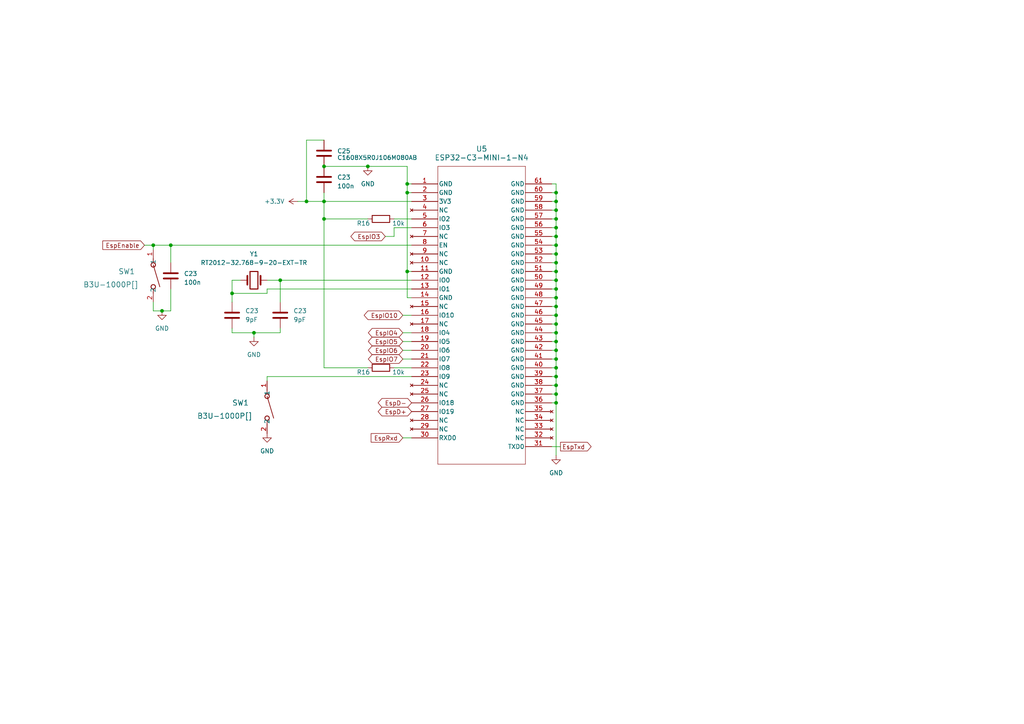
<source format=kicad_sch>
(kicad_sch (version 20230121) (generator eeschema)
  (paper "A4")
  (lib_symbols
    (symbol "Device:C" (pin_numbers hide) (pin_names (offset 0.254))
      (property "Reference" "C" (at 0.635 2.54 0))
      (property "Value" "C" (at 0.635 -2.54 0))
      (symbol "C_0_1"
        (polyline (pts (xy -2.032 -0.762) (xy 2.032 -0.762)) (stroke (width 0.508)))
        (polyline (pts (xy -2.032 0.762) (xy 2.032 0.762)) (stroke (width 0.508)))
      )
      (symbol "C_1_1"
        (pin passive line (at 0 3.81 270) (length 2.794) (name "~") (number "1"))
        (pin passive line (at 0 -3.81 90) (length 2.794) (name "~") (number "2"))
      )
    )
    (symbol "Device:Crystal" (pin_numbers hide) (pin_names (offset 1.016) hide)
      (property "Reference" "Y" (at 0 3.81 0))
      (property "Value" "Crystal" (at 0 -3.81 0))
      (symbol "Crystal_0_1"
        (rectangle (start -1.143 2.54) (end 1.143 -2.54) (stroke (width 0.3048)))
        (polyline (pts (xy -2.54 0) (xy -1.905 0)))
        (polyline (pts (xy -1.905 -1.27) (xy -1.905 1.27)) (stroke (width 0.508)))
        (polyline (pts (xy 1.905 -1.27) (xy 1.905 1.27)) (stroke (width 0.508)))
        (polyline (pts (xy 2.54 0) (xy 1.905 0)))
      )
      (symbol "Crystal_1_1"
        (pin passive line (at -3.81 0 0) (length 1.27) (name "1") (number "1"))
        (pin passive line (at 3.81 0 180) (length 1.27) (name "2") (number "2"))
      )
    )
    (symbol "Device:R" (pin_numbers hide) (pin_names (offset 0))
      (property "Reference" "R" (at 2.032 0 90))
      (property "Value" "R" (at 0 0 90))
      (symbol "R_0_1"
        (rectangle (start -1.016 -2.54) (end 1.016 2.54) (stroke (width 0.254)))
      )
      (symbol "R_1_1"
        (pin passive line (at 0 3.81 270) (length 1.27) (name "~") (number "1"))
        (pin passive line (at 0 -3.81 90) (length 1.27) (name "~") (number "2"))
      )
    )
    (symbol "addOnTemplate:ESP32-C3-MINI-1-N4" (pin_names (offset 0.254))
      (property "Reference" "U" (at 20.32 10.16 0))
      (property "Value" "ESP32-C3-MINI-1-N4" (at 20.32 7.62 0))
      (symbol "ESP32-C3-MINI-1-N4_0_1"
        (polyline (pts (xy 7.62 -81.28) (xy 33.02 -81.28)) (stroke (width 0.127)))
        (polyline (pts (xy 7.62 5.08) (xy 7.62 -81.28)) (stroke (width 0.127)))
        (polyline (pts (xy 33.02 -81.28) (xy 33.02 5.08)) (stroke (width 0.127)))
        (polyline (pts (xy 33.02 5.08) (xy 7.62 5.08)) (stroke (width 0.127)))
        (pin power_out line (at 0 0 0) (length 7.62) (name "GND") (number "1"))
        (pin no_connect line (at 0 -22.86 0) (length 7.62) (name "NC") (number "10"))
        (pin power_out line (at 0 -25.4 0) (length 7.62) (name "GND") (number "11"))
        (pin bidirectional line (at 0 -27.94 0) (length 7.62) (name "IO0") (number "12"))
        (pin bidirectional line (at 0 -30.48 0) (length 7.62) (name "IO1") (number "13"))
        (pin power_out line (at 0 -33.02 0) (length 7.62) (name "GND") (number "14"))
        (pin no_connect line (at 0 -35.56 0) (length 7.62) (name "NC") (number "15"))
        (pin bidirectional line (at 0 -38.1 0) (length 7.62) (name "IO10") (number "16"))
        (pin no_connect line (at 0 -40.64 0) (length 7.62) (name "NC") (number "17"))
        (pin bidirectional line (at 0 -43.18 0) (length 7.62) (name "IO4") (number "18"))
        (pin bidirectional line (at 0 -45.72 0) (length 7.62) (name "IO5") (number "19"))
        (pin power_out line (at 0 -2.54 0) (length 7.62) (name "GND") (number "2"))
        (pin bidirectional line (at 0 -48.26 0) (length 7.62) (name "IO6") (number "20"))
        (pin bidirectional line (at 0 -50.8 0) (length 7.62) (name "IO7") (number "21"))
        (pin bidirectional line (at 0 -53.34 0) (length 7.62) (name "IO8") (number "22"))
        (pin bidirectional line (at 0 -55.88 0) (length 7.62) (name "IO9") (number "23"))
        (pin no_connect line (at 0 -58.42 0) (length 7.62) (name "NC") (number "24"))
        (pin no_connect line (at 0 -60.96 0) (length 7.62) (name "NC") (number "25"))
        (pin bidirectional line (at 0 -63.5 0) (length 7.62) (name "IO18") (number "26"))
        (pin bidirectional line (at 0 -66.04 0) (length 7.62) (name "IO19") (number "27"))
        (pin no_connect line (at 0 -68.58 0) (length 7.62) (name "NC") (number "28"))
        (pin no_connect line (at 0 -71.12 0) (length 7.62) (name "NC") (number "29"))
        (pin power_in line (at 0 -5.08 0) (length 7.62) (name "3V3") (number "3"))
        (pin bidirectional line (at 0 -73.66 0) (length 7.62) (name "RXD0") (number "30"))
        (pin bidirectional line (at 40.64 -76.2 180) (length 7.62) (name "TXD0") (number "31"))
        (pin no_connect line (at 40.64 -73.66 180) (length 7.62) (name "NC") (number "32"))
        (pin no_connect line (at 40.64 -71.12 180) (length 7.62) (name "NC") (number "33"))
        (pin no_connect line (at 40.64 -68.58 180) (length 7.62) (name "NC") (number "34"))
        (pin no_connect line (at 40.64 -66.04 180) (length 7.62) (name "NC") (number "35"))
        (pin power_out line (at 40.64 -63.5 180) (length 7.62) (name "GND") (number "36"))
        (pin power_out line (at 40.64 -60.96 180) (length 7.62) (name "GND") (number "37"))
        (pin power_out line (at 40.64 -58.42 180) (length 7.62) (name "GND") (number "38"))
        (pin power_out line (at 40.64 -55.88 180) (length 7.62) (name "GND") (number "39"))
        (pin no_connect line (at 0 -7.62 0) (length 7.62) (name "NC") (number "4"))
        (pin power_out line (at 40.64 -53.34 180) (length 7.62) (name "GND") (number "40"))
        (pin power_out line (at 40.64 -50.8 180) (length 7.62) (name "GND") (number "41"))
        (pin power_out line (at 40.64 -48.26 180) (length 7.62) (name "GND") (number "42"))
        (pin power_out line (at 40.64 -45.72 180) (length 7.62) (name "GND") (number "43"))
        (pin power_out line (at 40.64 -43.18 180) (length 7.62) (name "GND") (number "44"))
        (pin power_out line (at 40.64 -40.64 180) (length 7.62) (name "GND") (number "45"))
        (pin power_out line (at 40.64 -38.1 180) (length 7.62) (name "GND") (number "46"))
        (pin power_out line (at 40.64 -35.56 180) (length 7.62) (name "GND") (number "47"))
        (pin power_out line (at 40.64 -33.02 180) (length 7.62) (name "GND") (number "48"))
        (pin power_out line (at 40.64 -30.48 180) (length 7.62) (name "GND") (number "49"))
        (pin bidirectional line (at 0 -10.16 0) (length 7.62) (name "IO2") (number "5"))
        (pin power_out line (at 40.64 -27.94 180) (length 7.62) (name "GND") (number "50"))
        (pin power_out line (at 40.64 -25.4 180) (length 7.62) (name "GND") (number "51"))
        (pin power_out line (at 40.64 -22.86 180) (length 7.62) (name "GND") (number "52"))
        (pin power_out line (at 40.64 -20.32 180) (length 7.62) (name "GND") (number "53"))
        (pin power_out line (at 40.64 -17.78 180) (length 7.62) (name "GND") (number "54"))
        (pin power_out line (at 40.64 -15.24 180) (length 7.62) (name "GND") (number "55"))
        (pin power_out line (at 40.64 -12.7 180) (length 7.62) (name "GND") (number "56"))
        (pin power_out line (at 40.64 -10.16 180) (length 7.62) (name "GND") (number "57"))
        (pin power_out line (at 40.64 -7.62 180) (length 7.62) (name "GND") (number "58"))
        (pin power_out line (at 40.64 -5.08 180) (length 7.62) (name "GND") (number "59"))
        (pin bidirectional line (at 0 -12.7 0) (length 7.62) (name "IO3") (number "6"))
        (pin power_out line (at 40.64 -2.54 180) (length 7.62) (name "GND") (number "60"))
        (pin power_out line (at 40.64 0 180) (length 7.62) (name "GND") (number "61"))
        (pin no_connect line (at 0 -15.24 0) (length 7.62) (name "NC") (number "7"))
        (pin input line (at 0 -17.78 0) (length 7.62) (name "EN") (number "8"))
        (pin no_connect line (at 0 -20.32 0) (length 7.62) (name "NC") (number "9"))
      )
    )
    (symbol "cpuAddOn:B3U-1000P[]" (pin_names (offset 0.254))
      (property "Reference" "SW" (at 7.62 3.81 0))
      (property "Value" "B3U-1000P[]" (at 0 0 0))
      (symbol "B3U-1000P[]_0_1"
        (polyline (pts (xy 2.54 0) (xy 3.81 0)) (stroke (width 0.2032)))
        (polyline (pts (xy 4.445 -1.905) (xy 10.795 0)) (stroke (width 0.2032)))
        (polyline (pts (xy 12.7 0) (xy 11.43 0)) (stroke (width 0.2032)))
        (circle (center 4.445 0) (radius 0.635) (stroke (width 0.254)))
        (circle (center 10.795 0) (radius 0.635) (stroke (width 0.254)))
        (pin unspecified line (at 15.24 0 180) (length 2.54) (name "1") (number "1"))
        (pin unspecified line (at 0 0 0) (length 2.54) (name "2") (number "2"))
      )
    )
    (symbol "power:+3.3V" (power) (pin_names (offset 0))
      (property "Value" "+3.3V" (at 0 3.556 0))
      (symbol "+3.3V_0_1"
        (polyline (pts (xy -0.762 1.27) (xy 0 2.54)))
        (polyline (pts (xy 0 0) (xy 0 2.54)))
        (polyline (pts (xy 0 2.54) (xy 0.762 1.27)))
      )
      (symbol "+3.3V_1_1"
        (pin power_in line (at 0 0 90) (length 0) hide (name "+3.3V") (number "1"))
      )
    )
    (symbol "power:GND" (power) (pin_names (offset 0))
      (property "Value" "GND" (at 0 -3.81 0))
      (symbol "GND_0_1"
        (polyline (pts (xy 0 0) (xy 0 -1.27) (xy 1.27 -1.27) (xy 0 -2.54) (xy -1.27 -1.27) (xy 0 -1.27)))
      )
      (symbol "GND_1_1"
        (pin power_in line (at 0 0 270) (length 0) hide (name "GND") (number "1"))
      )
    )
  )
  (junction (at 118.11 53.34))
  (junction (at 161.29 86.36))
  (junction (at 49.53 71.12))
  (junction (at 161.29 63.5))
  (junction (at 161.29 73.66))
  (junction (at 44.45 71.12))
  (junction (at 161.29 116.84))
  (junction (at 161.29 93.98))
  (junction (at 81.28 81.28))
  (junction (at 93.98 58.42))
  (junction (at 161.29 99.06))
  (junction (at 161.29 111.76))
  (junction (at 161.29 68.58))
  (junction (at 161.29 60.96))
  (junction (at 161.29 55.88))
  (junction (at 161.29 106.68))
  (junction (at 161.29 101.6))
  (junction (at 118.11 78.74))
  (junction (at 73.66 96.52))
  (junction (at 93.98 48.26))
  (junction (at 161.29 88.9))
  (junction (at 161.29 78.74))
  (junction (at 106.68 48.26))
  (junction (at 161.29 91.44))
  (junction (at 161.29 96.52))
  (junction (at 161.29 83.82))
  (junction (at 161.29 66.04))
  (junction (at 161.29 104.14))
  (junction (at 161.29 114.3))
  (junction (at 67.31 85.09))
  (junction (at 93.98 63.5))
  (junction (at 161.29 76.2))
  (junction (at 161.29 71.12))
  (junction (at 161.29 58.42))
  (junction (at 161.29 109.22))
  (junction (at 118.11 55.88))
  (junction (at 88.9 58.42))
  (junction (at 46.99 90.17))
  (junction (at 161.29 81.28))
  (wire (pts (xy 161.29 78.74) (xy 161.29 81.28)))
  (wire (pts (xy 161.29 114.3) (xy 161.29 116.84)))
  (wire (pts (xy 160.02 86.36) (xy 161.29 86.36)))
  (wire (pts (xy 160.02 101.6) (xy 161.29 101.6)))
  (wire (pts (xy 160.02 60.96) (xy 161.29 60.96)))
  (wire (pts (xy 93.98 106.68) (xy 93.98 63.5)))
  (wire (pts (xy 67.31 95.25) (xy 67.31 96.52)))
  (wire (pts (xy 161.29 88.9) (xy 161.29 91.44)))
  (wire (pts (xy 46.99 90.17) (xy 44.45 90.17)))
  (wire (pts (xy 161.29 116.84) (xy 161.29 132.08)))
  (wire (pts (xy 81.28 81.28) (xy 119.38 81.28)))
  (wire (pts (xy 67.31 81.28) (xy 67.31 85.09)))
  (wire (pts (xy 161.29 91.44) (xy 161.29 93.98)))
  (wire (pts (xy 44.45 71.12) (xy 49.53 71.12)))
  (wire (pts (xy 118.11 78.74) (xy 118.11 55.88)))
  (wire (pts (xy 161.29 68.58) (xy 161.29 71.12)))
  (wire (pts (xy 161.29 83.82) (xy 161.29 86.36)))
  (wire (pts (xy 93.98 63.5) (xy 93.98 58.42)))
  (wire (pts (xy 106.68 63.5) (xy 93.98 63.5)))
  (wire (pts (xy 88.9 58.42) (xy 93.98 58.42)))
  (wire (pts (xy 67.31 96.52) (xy 73.66 96.52)))
  (wire (pts (xy 116.84 91.44) (xy 119.38 91.44)))
  (wire (pts (xy 160.02 73.66) (xy 161.29 73.66)))
  (wire (pts (xy 160.02 88.9) (xy 161.29 88.9)))
  (wire (pts (xy 160.02 66.04) (xy 161.29 66.04)))
  (wire (pts (xy 160.02 55.88) (xy 161.29 55.88)))
  (wire (pts (xy 49.53 83.82) (xy 49.53 90.17)))
  (wire (pts (xy 161.29 60.96) (xy 161.29 63.5)))
  (wire (pts (xy 116.84 96.52) (xy 119.38 96.52)))
  (wire (pts (xy 161.29 58.42) (xy 161.29 60.96)))
  (wire (pts (xy 160.02 93.98) (xy 161.29 93.98)))
  (wire (pts (xy 119.38 109.22) (xy 77.47 109.22)))
  (wire (pts (xy 114.3 68.58) (xy 114.3 66.04)))
  (wire (pts (xy 118.11 78.74) (xy 119.38 78.74)))
  (wire (pts (xy 161.29 81.28) (xy 161.29 83.82)))
  (wire (pts (xy 161.29 104.14) (xy 161.29 106.68)))
  (wire (pts (xy 118.11 48.26) (xy 106.68 48.26)))
  (wire (pts (xy 119.38 86.36) (xy 118.11 86.36)))
  (wire (pts (xy 160.02 68.58) (xy 161.29 68.58)))
  (wire (pts (xy 116.84 127) (xy 119.38 127)))
  (wire (pts (xy 161.29 111.76) (xy 161.29 114.3)))
  (wire (pts (xy 160.02 109.22) (xy 161.29 109.22)))
  (wire (pts (xy 160.02 96.52) (xy 161.29 96.52)))
  (wire (pts (xy 160.02 104.14) (xy 161.29 104.14)))
  (wire (pts (xy 81.28 95.25) (xy 81.28 96.52)))
  (wire (pts (xy 118.11 55.88) (xy 118.11 53.34)))
  (wire (pts (xy 116.84 99.06) (xy 119.38 99.06)))
  (wire (pts (xy 114.3 63.5) (xy 119.38 63.5)))
  (wire (pts (xy 116.84 104.14) (xy 119.38 104.14)))
  (wire (pts (xy 41.91 71.12) (xy 44.45 71.12)))
  (wire (pts (xy 93.98 58.42) (xy 119.38 58.42)))
  (wire (pts (xy 116.84 101.6) (xy 119.38 101.6)))
  (wire (pts (xy 119.38 83.82) (xy 77.47 83.82)))
  (wire (pts (xy 44.45 71.12) (xy 44.45 72.39)))
  (wire (pts (xy 160.02 58.42) (xy 161.29 58.42)))
  (wire (pts (xy 118.11 53.34) (xy 118.11 48.26)))
  (wire (pts (xy 44.45 90.17) (xy 44.45 87.63)))
  (wire (pts (xy 114.3 106.68) (xy 119.38 106.68)))
  (wire (pts (xy 161.29 109.22) (xy 161.29 111.76)))
  (wire (pts (xy 93.98 48.26) (xy 106.68 48.26)))
  (wire (pts (xy 67.31 81.28) (xy 69.85 81.28)))
  (wire (pts (xy 114.3 66.04) (xy 119.38 66.04)))
  (wire (pts (xy 77.47 83.82) (xy 77.47 85.09)))
  (wire (pts (xy 93.98 55.88) (xy 93.98 58.42)))
  (wire (pts (xy 160.02 114.3) (xy 161.29 114.3)))
  (wire (pts (xy 111.76 68.58) (xy 114.3 68.58)))
  (wire (pts (xy 160.02 106.68) (xy 161.29 106.68)))
  (wire (pts (xy 160.02 63.5) (xy 161.29 63.5)))
  (wire (pts (xy 118.11 53.34) (xy 119.38 53.34)))
  (wire (pts (xy 93.98 40.64) (xy 88.9 40.64)))
  (wire (pts (xy 161.29 96.52) (xy 161.29 99.06)))
  (wire (pts (xy 160.02 78.74) (xy 161.29 78.74)))
  (wire (pts (xy 161.29 99.06) (xy 161.29 101.6)))
  (wire (pts (xy 86.36 58.42) (xy 88.9 58.42)))
  (wire (pts (xy 160.02 83.82) (xy 161.29 83.82)))
  (wire (pts (xy 73.66 96.52) (xy 73.66 97.79)))
  (wire (pts (xy 160.02 116.84) (xy 161.29 116.84)))
  (wire (pts (xy 160.02 91.44) (xy 161.29 91.44)))
  (wire (pts (xy 77.47 109.22) (xy 77.47 110.49)))
  (wire (pts (xy 161.29 66.04) (xy 161.29 68.58)))
  (wire (pts (xy 161.29 71.12) (xy 161.29 73.66)))
  (wire (pts (xy 161.29 106.68) (xy 161.29 109.22)))
  (wire (pts (xy 160.02 111.76) (xy 161.29 111.76)))
  (wire (pts (xy 118.11 86.36) (xy 118.11 78.74)))
  (wire (pts (xy 160.02 99.06) (xy 161.29 99.06)))
  (wire (pts (xy 161.29 101.6) (xy 161.29 104.14)))
  (wire (pts (xy 81.28 81.28) (xy 81.28 87.63)))
  (wire (pts (xy 118.11 55.88) (xy 119.38 55.88)))
  (wire (pts (xy 161.29 86.36) (xy 161.29 88.9)))
  (wire (pts (xy 49.53 71.12) (xy 49.53 76.2)))
  (wire (pts (xy 161.29 93.98) (xy 161.29 96.52)))
  (wire (pts (xy 161.29 53.34) (xy 161.29 55.88)))
  (wire (pts (xy 160.02 129.54) (xy 162.56 129.54)))
  (wire (pts (xy 161.29 73.66) (xy 161.29 76.2)))
  (wire (pts (xy 77.47 85.09) (xy 67.31 85.09)))
  (wire (pts (xy 77.47 81.28) (xy 81.28 81.28)))
  (wire (pts (xy 73.66 96.52) (xy 81.28 96.52)))
  (wire (pts (xy 160.02 76.2) (xy 161.29 76.2)))
  (wire (pts (xy 161.29 63.5) (xy 161.29 66.04)))
  (wire (pts (xy 161.29 55.88) (xy 161.29 58.42)))
  (wire (pts (xy 49.53 90.17) (xy 46.99 90.17)))
  (wire (pts (xy 160.02 81.28) (xy 161.29 81.28)))
  (wire (pts (xy 106.68 106.68) (xy 93.98 106.68)))
  (wire (pts (xy 67.31 85.09) (xy 67.31 87.63)))
  (wire (pts (xy 88.9 40.64) (xy 88.9 58.42)))
  (wire (pts (xy 160.02 71.12) (xy 161.29 71.12)))
  (wire (pts (xy 49.53 71.12) (xy 119.38 71.12)))
  (wire (pts (xy 161.29 76.2) (xy 161.29 78.74)))
  (wire (pts (xy 160.02 53.34) (xy 161.29 53.34)))
  (global_label "EspIO6" (shape bidirectional) (at 116.84 101.6 180) (property "Intersheetrefs" "${INTERSHEET_REFS}" (effects hide)))
  (global_label "EspIO7" (shape bidirectional) (at 116.84 104.14 180) (property "Intersheetrefs" "${INTERSHEET_REFS}" (effects hide)))
  (global_label "EspEnable" (shape input) (at 41.91 71.12 180) (property "Intersheetrefs" "${INTERSHEET_REFS}" (effects hide)))
  (global_label "EspTxd" (shape output) (at 162.56 129.54 0) (property "Intersheetrefs" "${INTERSHEET_REFS}" (effects hide)))
  (global_label "EspD-" (shape bidirectional) (at 119.38 116.84 180) (property "Intersheetrefs" "${INTERSHEET_REFS}" (effects hide)))
  (global_label "EspIO4" (shape bidirectional) (at 116.84 96.52 180) (property "Intersheetrefs" "${INTERSHEET_REFS}" (effects hide)))
  (global_label "EspD+" (shape bidirectional) (at 119.38 119.38 180) (property "Intersheetrefs" "${INTERSHEET_REFS}" (effects hide)))
  (global_label "EspRxd" (shape input) (at 116.84 127 180) (property "Intersheetrefs" "${INTERSHEET_REFS}" (effects hide)))
  (global_label "EspIO3" (shape bidirectional) (at 111.76 68.58 180) (property "Intersheetrefs" "${INTERSHEET_REFS}" (effects hide)))
  (global_label "EspIO10" (shape bidirectional) (at 116.84 91.44 180) (property "Intersheetrefs" "${INTERSHEET_REFS}" (effects hide)))
  (global_label "EspIO5" (shape bidirectional) (at 116.84 99.06 180) (property "Intersheetrefs" "${INTERSHEET_REFS}" (effects hide)))
  (symbol (lib_id "power:GND") (at 77.47 125.73 0) (unit 1)
    (property "Reference" "#PWR054" (effects hide))
    (property "Value" "GND" (at 77.47 130.81 0))
    (instances (project "gecko5education" (path "" (reference "#PWR054") (unit 1))) (project "cpuAddOn" (path "" (reference "#PWR0109") (unit 1))) (project "perifAddOn" (path "" (reference "#PWR042") (unit 1))))
  )
  (symbol (lib_id "Device:Crystal") (at 73.66 81.28 180) (unit 1)
    (property "Reference" "Y1" (at 73.66 73.66 0))
    (property "Value" "RT2012-32.768-9-20-EXT-TR" (at 73.66 76.2 0))
    (property "Footprint" "Crystal:Crystal_SMD_2012-2Pin_2.0x1.2mm" (effects hide))
  )
  (symbol (lib_id "power:GND") (at 106.68 48.26 0) (unit 1)
    (property "Reference" "#PWR082" (effects hide))
    (property "Value" "GND" (at 106.68 53.34 0))
    (instances (project "gecko5education" (path "" (reference "#PWR082") (unit 1))) (project "cpuAddOn" (path "" (reference "#PWR014") (unit 1))) (project "perifAddOn" (path "" (reference "#PWR038") (unit 1))))
  )
  (symbol (lib_id "power:+3.3V") (at 86.36 58.42 90) (unit 1)
    (property "Reference" "#PWR01" (effects hide))
    (property "Value" "+3.3V" (at 82.55 58.42 90) (effects (justify left)))
    (instances (project "gecko5education" (path "" (reference "#PWR01") (unit 1)) (path "" (reference "#PWR017") (unit 1))) (project "cpuAddOn" (path "" (reference "#PWR039") (unit 1))) (project "perifAddOn" (path "" (reference "#PWR037") (unit 1))))
  )
  (symbol (lib_id "Device:C") (at 81.28 91.44 0) (unit 1)
    (property "Reference" "C23" (at 85.09 90.17 0) (effects (justify left)))
    (property "Value" "9pF" (at 85.09 92.71 0) (effects (justify left)))
    (property "Footprint" "Capacitor_SMD:C_0402_1005Metric" (effects hide))
    (instances (project "gecko5education" (path "" (reference "C23") (unit 1))) (project "cpuAddOn" (path "" (reference "C8") (unit 1)) (path "" (reference "C18") (unit 1)) (path "" (reference "C57") (unit 1))) (project "perifAddOn" (path "" (reference "C17") (unit 1))))
  )
  (symbol (lib_id "Device:R") (at 110.49 63.5 270) (unit 1)
    (property "Reference" "R16" (at 105.41 64.77 90))
    (property "Value" "10k" (at 115.57 64.77 90))
    (property "Footprint" "Resistor_SMD:R_0402_1005Metric" (effects hide))
    (instances (project "cpuAddOn" (path "" (reference "R16") (unit 1))) (project "perifAddOn" (path "" (reference "R17") (unit 1))))
  )
  (symbol (lib_id "Device:C") (at 93.98 52.07 0) (unit 1)
    (property "Reference" "C23" (at 97.79 51.435 0) (effects (justify left)))
    (property "Value" "100n" (at 97.79 53.975 0) (effects (justify left)))
    (property "Footprint" "Capacitor_SMD:C_0402_1005Metric" (effects hide))
    (instances (project "gecko5education" (path "" (reference "C23") (unit 1))) (project "cpuAddOn" (path "" (reference "C14") (unit 1))) (project "perifAddOn" (path "" (reference "C15") (unit 1))))
  )
  (symbol (lib_id "Device:C") (at 93.98 44.45 0) (unit 1)
    (property "Reference" "C25" (at 97.79 43.815 0) (effects (justify left)))
    (property "Value" "C1608X5R0J106M080AB" (at 97.79 45.72 0) (effects (justify left)))
    (property "Footprint" "Capacitor_SMD:C_0603_1608Metric" (effects hide))
    (instances (project "gecko5education" (path "" (reference "C25") (unit 1))) (project "cpuAddOn" (path "" (reference "C3") (unit 1))) (project "perifAddOn" (path "" (reference "C18") (unit 1))))
  )
  (symbol (lib_id "Device:C") (at 49.53 80.01 0) (unit 1)
    (property "Reference" "C23" (at 53.34 79.375 0) (effects (justify left)))
    (property "Value" "100n" (at 53.34 81.915 0) (effects (justify left)))
    (property "Footprint" "Capacitor_SMD:C_0402_1005Metric" (effects hide))
    (instances (project "gecko5education" (path "" (reference "C23") (unit 1))) (project "cpuAddOn" (path "" (reference "C14") (unit 1))) (project "perifAddOn" (path "" (reference "C19") (unit 1))))
  )
  (symbol (lib_id "addOnTemplate:ESP32-C3-MINI-1-N4") (at 119.38 53.34 0) (unit 1)
    (property "Reference" "U5" (at 139.7 43.18 0) (effects (font (size 1.524 1.524))))
    (property "Value" "ESP32-C3-MINI-1-N4" (at 139.7 45.72 0) (effects (font (size 1.524 1.524))))
    (property "Footprint" "addOnTemplate:ESP32-C3-MINI-1_EXP" (effects hide))
    (property "Datasheet" "ESP32-C3-MINI-1-N4" (effects hide))
  )
  (symbol (lib_id "power:GND") (at 161.29 132.08 0) (unit 1)
    (property "Reference" "#PWR082" (effects hide))
    (property "Value" "GND" (at 161.29 137.16 0))
    (instances (project "gecko5education" (path "" (reference "#PWR082") (unit 1))) (project "cpuAddOn" (path "" (reference "#PWR014") (unit 1))) (project "perifAddOn" (path "" (reference "#PWR039") (unit 1))))
  )
  (symbol (lib_id "Device:C") (at 67.31 91.44 0) (unit 1)
    (property "Reference" "C23" (at 71.12 90.17 0) (effects (justify left)))
    (property "Value" "9pF" (at 71.12 92.71 0) (effects (justify left)))
    (property "Footprint" "Capacitor_SMD:C_0402_1005Metric" (effects hide))
    (instances (project "gecko5education" (path "" (reference "C23") (unit 1))) (project "cpuAddOn" (path "" (reference "C8") (unit 1)) (path "" (reference "C18") (unit 1)) (path "" (reference "C56") (unit 1))) (project "perifAddOn" (path "" (reference "C16") (unit 1))))
  )
  (symbol (lib_id "power:GND") (at 73.66 97.79 0) (unit 1)
    (property "Reference" "#PWR054" (effects hide))
    (property "Value" "GND" (at 73.66 102.87 0))
    (instances (project "gecko5education" (path "" (reference "#PWR054") (unit 1))) (project "cpuAddOn" (path "" (reference "#PWR0109") (unit 1))) (project "perifAddOn" (path "" (reference "#PWR040") (unit 1))))
  )
  (symbol (lib_id "Device:R") (at 110.49 106.68 270) (unit 1)
    (property "Reference" "R16" (at 105.41 107.95 90))
    (property "Value" "10k" (at 115.57 107.95 90))
    (property "Footprint" "Resistor_SMD:R_0402_1005Metric" (effects hide))
    (instances (project "cpuAddOn" (path "" (reference "R16") (unit 1))) (project "perifAddOn" (path "" (reference "R18") (unit 1))))
  )
  (symbol (lib_id "cpuAddOn:B3U-1000P[]") (at 44.45 87.63 90) (unit 1)
    (property "Reference" "SW1" (at 34.29 78.74 90) (effects (font (size 1.524 1.524)) (justify right)))
    (property "Value" "B3U-1000P[]" (at 24.13 82.55 90) (effects (font (size 1.524 1.524)) (justify right)))
    (property "Footprint" "cpuAddOn:SW_B3U-1000P_OMR" (effects hide))
    (property "Datasheet" "B3U-1000P[]" (effects hide))
    (instances (project "cpuAddOn" (path "" (reference "SW1") (unit 1)) (path "" (reference "SW3") (unit 1))) (project "perifAddOn" (path "" (reference "SW2") (unit 1))))
  )
  (symbol (lib_id "cpuAddOn:B3U-1000P[]") (at 77.47 125.73 90) (unit 1)
    (property "Reference" "SW1" (at 67.31 116.84 90) (effects (font (size 1.524 1.524)) (justify right)))
    (property "Value" "B3U-1000P[]" (at 57.15 120.65 90) (effects (font (size 1.524 1.524)) (justify right)))
    (property "Footprint" "cpuAddOn:SW_B3U-1000P_OMR" (effects hide))
    (property "Datasheet" "B3U-1000P[]" (effects hide))
    (instances (project "cpuAddOn" (path "" (reference "SW1") (unit 1)) (path "" (reference "SW3") (unit 1))) (project "perifAddOn" (path "" (reference "SW3") (unit 1))))
  )
  (symbol (lib_id "power:GND") (at 46.99 90.17 0) (unit 1)
    (property "Reference" "#PWR054" (effects hide))
    (property "Value" "GND" (at 46.99 95.25 0))
    (instances (project "gecko5education" (path "" (reference "#PWR054") (unit 1))) (project "cpuAddOn" (path "" (reference "#PWR0109") (unit 1))) (project "perifAddOn" (path "" (reference "#PWR041") (unit 1))))
  )
)
</source>
